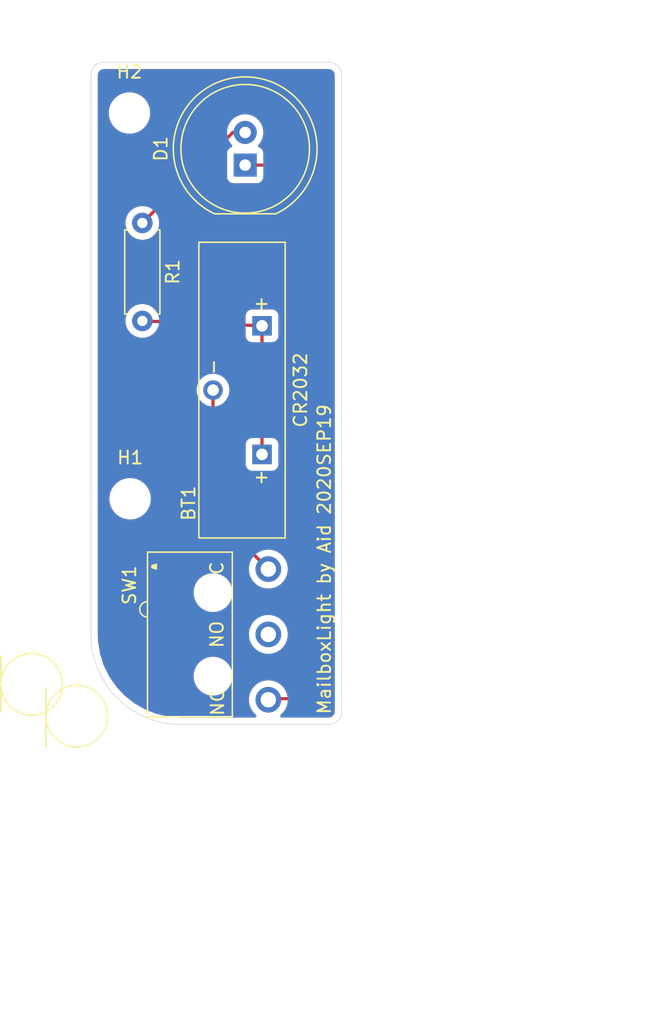
<source format=kicad_pcb>
(kicad_pcb (version 20171130) (host pcbnew "(5.1.6)-1")

  (general
    (thickness 1.6)
    (drawings 12)
    (tracks 10)
    (zones 0)
    (modules 6)
    (nets 6)
  )

  (page A4)
  (layers
    (0 F.Cu signal)
    (31 B.Cu signal hide)
    (32 B.Adhes user)
    (33 F.Adhes user)
    (34 B.Paste user)
    (35 F.Paste user)
    (36 B.SilkS user)
    (37 F.SilkS user)
    (38 B.Mask user)
    (39 F.Mask user)
    (40 Dwgs.User user)
    (41 Cmts.User user)
    (42 Eco1.User user)
    (43 Eco2.User user)
    (44 Edge.Cuts user)
    (45 Margin user)
    (46 B.CrtYd user)
    (47 F.CrtYd user)
    (48 B.Fab user)
    (49 F.Fab user)
  )

  (setup
    (last_trace_width 0.25)
    (trace_clearance 0.2)
    (zone_clearance 0.508)
    (zone_45_only no)
    (trace_min 0.2)
    (via_size 0.8)
    (via_drill 0.4)
    (via_min_size 0.4)
    (via_min_drill 0.3)
    (uvia_size 0.3)
    (uvia_drill 0.1)
    (uvias_allowed no)
    (uvia_min_size 0.2)
    (uvia_min_drill 0.1)
    (edge_width 0.05)
    (segment_width 0.2)
    (pcb_text_width 0.3)
    (pcb_text_size 1.5 1.5)
    (mod_edge_width 0.12)
    (mod_text_size 1 1)
    (mod_text_width 0.15)
    (pad_size 1.524 1.524)
    (pad_drill 0.762)
    (pad_to_mask_clearance 0.05)
    (aux_axis_origin 0 0)
    (visible_elements 7FFFFFFF)
    (pcbplotparams
      (layerselection 0x010fc_ffffffff)
      (usegerberextensions true)
      (usegerberattributes true)
      (usegerberadvancedattributes true)
      (creategerberjobfile true)
      (excludeedgelayer true)
      (linewidth 0.100000)
      (plotframeref false)
      (viasonmask false)
      (mode 1)
      (useauxorigin false)
      (hpglpennumber 1)
      (hpglpenspeed 20)
      (hpglpendiameter 15.000000)
      (psnegative false)
      (psa4output false)
      (plotreference true)
      (plotvalue true)
      (plotinvisibletext false)
      (padsonsilk false)
      (subtractmaskfromsilk false)
      (outputformat 1)
      (mirror false)
      (drillshape 0)
      (scaleselection 1)
      (outputdirectory ""))
  )

  (net 0 "")
  (net 1 "Net-(BT1-Pad2)")
  (net 2 "Net-(BT1-Pad1)")
  (net 3 "Net-(D1-Pad1)")
  (net 4 "Net-(D1-Pad2)")
  (net 5 "Net-(SW1-Pad3)")

  (net_class Default "This is the default net class."
    (clearance 0.2)
    (trace_width 0.25)
    (via_dia 0.8)
    (via_drill 0.4)
    (uvia_dia 0.3)
    (uvia_drill 0.1)
    (add_net "Net-(BT1-Pad1)")
    (add_net "Net-(BT1-Pad2)")
    (add_net "Net-(D1-Pad1)")
    (add_net "Net-(D1-Pad2)")
    (add_net "Net-(SW1-Pad3)")
  )

  (module LED_THT:LED_D10.0mm (layer F.Cu) (tedit 587A3A7B) (tstamp 5F610FDA)
    (at 131.4 79.9 90)
    (descr "LED, diameter 10.0mm, 2 pins, http://cdn-reichelt.de/documents/datenblatt/A500/LED10-4500RT%23KIN.pdf")
    (tags "LED diameter 10.0mm 2 pins")
    (path /5F5F9BE4)
    (fp_text reference D1 (at 1.27 -6.56 90) (layer F.SilkS)
      (effects (font (size 1 1) (thickness 0.15)))
    )
    (fp_text value LED_ALT (at 1.27 6.56 90) (layer F.Fab)
      (effects (font (size 1 1) (thickness 0.15)))
    )
    (fp_line (start 7.1 -5.85) (end -4.55 -5.85) (layer F.CrtYd) (width 0.05))
    (fp_line (start 7.1 5.85) (end 7.1 -5.85) (layer F.CrtYd) (width 0.05))
    (fp_line (start -4.55 5.85) (end 7.1 5.85) (layer F.CrtYd) (width 0.05))
    (fp_line (start -4.55 -5.85) (end -4.55 5.85) (layer F.CrtYd) (width 0.05))
    (fp_line (start -3.79 -2.376) (end -3.79 2.376) (layer F.SilkS) (width 0.12))
    (fp_line (start -3.73 -2.291288) (end -3.73 2.291288) (layer F.Fab) (width 0.1))
    (fp_circle (center 1.27 0) (end 6.27 0) (layer F.SilkS) (width 0.12))
    (fp_circle (center 1.27 0) (end 6.27 0) (layer F.Fab) (width 0.1))
    (fp_arc (start 1.27 0) (end -3.73 -2.291288) (angle 310.8) (layer F.Fab) (width 0.1))
    (fp_arc (start 1.27 0) (end -3.79 -2.375816) (angle 154.8) (layer F.SilkS) (width 0.12))
    (fp_arc (start 1.27 0) (end -3.79 2.375816) (angle -154.8) (layer F.SilkS) (width 0.12))
    (pad 1 thru_hole rect (at 0 0 90) (size 1.8 1.8) (drill 0.9) (layers *.Cu *.Mask)
      (net 3 "Net-(D1-Pad1)"))
    (pad 2 thru_hole circle (at 2.54 0 90) (size 1.8 1.8) (drill 0.9) (layers *.Cu *.Mask)
      (net 4 "Net-(D1-Pad2)"))
    (model ${KISYS3DMOD}/LED_THT.3dshapes/LED_D10.0mm.wrl
      (at (xyz 0 0 0))
      (scale (xyz 1 1 1))
      (rotate (xyz 0 0 0))
    )
  )

  (module Resistor_THT:R_Axial_DIN0207_L6.3mm_D2.5mm_P7.62mm_Horizontal (layer F.Cu) (tedit 5AE5139B) (tstamp 5F610FF1)
    (at 123.4 84.4 270)
    (descr "Resistor, Axial_DIN0207 series, Axial, Horizontal, pin pitch=7.62mm, 0.25W = 1/4W, length*diameter=6.3*2.5mm^2, http://cdn-reichelt.de/documents/datenblatt/B400/1_4W%23YAG.pdf")
    (tags "Resistor Axial_DIN0207 series Axial Horizontal pin pitch 7.62mm 0.25W = 1/4W length 6.3mm diameter 2.5mm")
    (path /5F5FA903)
    (fp_text reference R1 (at 3.81 -2.37 90) (layer F.SilkS)
      (effects (font (size 1 1) (thickness 0.15)))
    )
    (fp_text value 15 (at 3.81 2.37 90) (layer F.Fab)
      (effects (font (size 1 1) (thickness 0.15)))
    )
    (fp_line (start 8.67 -1.5) (end -1.05 -1.5) (layer F.CrtYd) (width 0.05))
    (fp_line (start 8.67 1.5) (end 8.67 -1.5) (layer F.CrtYd) (width 0.05))
    (fp_line (start -1.05 1.5) (end 8.67 1.5) (layer F.CrtYd) (width 0.05))
    (fp_line (start -1.05 -1.5) (end -1.05 1.5) (layer F.CrtYd) (width 0.05))
    (fp_line (start 7.08 1.37) (end 7.08 1.04) (layer F.SilkS) (width 0.12))
    (fp_line (start 0.54 1.37) (end 7.08 1.37) (layer F.SilkS) (width 0.12))
    (fp_line (start 0.54 1.04) (end 0.54 1.37) (layer F.SilkS) (width 0.12))
    (fp_line (start 7.08 -1.37) (end 7.08 -1.04) (layer F.SilkS) (width 0.12))
    (fp_line (start 0.54 -1.37) (end 7.08 -1.37) (layer F.SilkS) (width 0.12))
    (fp_line (start 0.54 -1.04) (end 0.54 -1.37) (layer F.SilkS) (width 0.12))
    (fp_line (start 7.62 0) (end 6.96 0) (layer F.Fab) (width 0.1))
    (fp_line (start 0 0) (end 0.66 0) (layer F.Fab) (width 0.1))
    (fp_line (start 6.96 -1.25) (end 0.66 -1.25) (layer F.Fab) (width 0.1))
    (fp_line (start 6.96 1.25) (end 6.96 -1.25) (layer F.Fab) (width 0.1))
    (fp_line (start 0.66 1.25) (end 6.96 1.25) (layer F.Fab) (width 0.1))
    (fp_line (start 0.66 -1.25) (end 0.66 1.25) (layer F.Fab) (width 0.1))
    (fp_text user %R (at 3.81 0 90) (layer F.Fab)
      (effects (font (size 1 1) (thickness 0.15)))
    )
    (pad 1 thru_hole circle (at 0 0 270) (size 1.6 1.6) (drill 0.8) (layers *.Cu *.Mask)
      (net 4 "Net-(D1-Pad2)"))
    (pad 2 thru_hole oval (at 7.62 0 270) (size 1.6 1.6) (drill 0.8) (layers *.Cu *.Mask)
      (net 2 "Net-(BT1-Pad1)"))
    (model ${KISYS3DMOD}/Resistor_THT.3dshapes/R_Axial_DIN0207_L6.3mm_D2.5mm_P7.62mm_Horizontal.wrl
      (at (xyz 0 0 0))
      (scale (xyz 1 1 1))
      (rotate (xyz 0 0 0))
    )
  )

  (module Limit_Switches:SW_Snap_SPDT_Omron_D2F-01FL2-A1 (layer F.Cu) (tedit 5F60D213) (tstamp 5F61100F)
    (at 128.9 116.4 90)
    (path /5F5F8897)
    (fp_text reference SW1 (at 3.826 -6.506 90) (layer F.SilkS)
      (effects (font (size 1 1) (thickness 0.15)))
    )
    (fp_text value SW_SPDT (at 0 6.8 90) (layer F.Fab)
      (effects (font (size 1 1) (thickness 0.15)))
    )
    (fp_line (start -5.1 -16.5) (end -2.8 -16.5) (layer F.CrtYd) (width 0.12))
    (fp_line (start -8.9 -11.2) (end -5.1 -16.5) (layer F.CrtYd) (width 0.12))
    (fp_line (start -6 -16.5) (end -1.7 -16.5) (layer F.SilkS) (width 0.12))
    (fp_line (start -8.8 -13) (end -4.2 -13) (layer F.SilkS) (width 0.12))
    (fp_circle (center -6.36 -10.6) (end -8.76 -10.6) (layer F.SilkS) (width 0.12))
    (fp_circle (center -3.88 -14.11) (end -1.48 -14.11) (layer F.SilkS) (width 0.12))
    (fp_poly (pts (xy 5.08 -4.4) (xy 5.46 -4.4) (xy 5.36 -4.76) (xy 5.18 -4.76)) (layer F.SilkS) (width 0.1))
    (fp_line (start 6.4 1.5) (end -6.4 1.5) (layer F.SilkS) (width 0.12))
    (fp_line (start -6.4 1.5) (end -6.4 -3.4) (layer F.SilkS) (width 0.12))
    (fp_line (start -6.4 -5.1) (end 6.4 -5.1) (layer F.SilkS) (width 0.12))
    (fp_line (start 6.4 -5.1) (end 6.4 1.5) (layer F.SilkS) (width 0.12))
    (fp_line (start -6.4 -3.4) (end -6.4 -5.1) (layer F.SilkS) (width 0.12))
    (fp_line (start 6.6 -5.3) (end 6.6 5.5) (layer F.CrtYd) (width 0.12))
    (fp_line (start 6.6 5.5) (end -6.6 5.5) (layer F.CrtYd) (width 0.12))
    (fp_line (start -6.6 5.5) (end -8.9 -11.2) (layer F.CrtYd) (width 0.12))
    (fp_line (start -2.8 -16.5) (end 6.6 -5.3) (layer F.CrtYd) (width 0.12))
    (fp_arc (start 1.95 -5.1) (end 1.35 -5.1) (angle 180) (layer F.SilkS) (width 0.12))
    (fp_text user C (at 5.15 0.3 90 unlocked) (layer F.SilkS)
      (effects (font (size 1 1) (thickness 0.15)))
    )
    (fp_text user NO (at 0 0.3 90 unlocked) (layer F.SilkS)
      (effects (font (size 1 1) (thickness 0.15)))
    )
    (fp_text user NC (at -5.3 0.35 90 unlocked) (layer F.SilkS)
      (effects (font (size 1 1) (thickness 0.15)))
    )
    (fp_text user REF** (at 0 -3.3 90) (layer F.Fab)
      (effects (font (size 1 1) (thickness 0.15)))
    )
    (pad 3 thru_hole circle (at 0 4.3 90) (size 2 2) (drill 1.2) (layers *.Cu *.Mask)
      (net 5 "Net-(SW1-Pad3)"))
    (pad 2 thru_hole circle (at 5.08 4.3 90) (size 2 2) (drill 1.2) (layers *.Cu *.Mask)
      (net 1 "Net-(BT1-Pad2)"))
    (pad 1 thru_hole circle (at -5.08 4.3 90) (size 2 2) (drill 1.2) (layers *.Cu *.Mask)
      (net 3 "Net-(D1-Pad1)"))
    (pad "" np_thru_hole circle (at -3.25 0 90) (size 2 2) (drill 2) (layers *.Cu *.Mask))
    (pad "" np_thru_hole circle (at 3.25 0 90) (size 2 2) (drill 2) (layers *.Cu *.Mask))
  )

  (module Battery_Holders:BatteryHolder_MPD_BS-5_1x2032_vertical (layer F.Cu) (tedit 5F668D5B) (tstamp 5F66E7E3)
    (at 128.9 97.4 90)
    (path /5F5F900D)
    (fp_text reference BT1 (at -8.8 -1.9 90 unlocked) (layer F.SilkS)
      (effects (font (size 1 1) (thickness 0.15)))
    )
    (fp_text value CR2032 (at 0.1 8.8 90) (layer F.Fab)
      (effects (font (size 1 1) (thickness 0.15)))
    )
    (fp_line (start -11.6 5.7) (end -11.6 -1.2) (layer F.CrtYd) (width 0.05))
    (fp_line (start 11.6 5.7) (end -11.6 5.7) (layer F.CrtYd) (width 0.05))
    (fp_line (start 11.6 -1.2) (end 11.6 5.7) (layer F.CrtYd) (width 0.05))
    (fp_line (start -11.6 -1.2) (end 11.6 -1.2) (layer F.CrtYd) (width 0.05))
    (fp_line (start 11.5 5.61) (end -11.5 5.61) (layer F.SilkS) (width 0.12))
    (fp_line (start -11.5 -1.1) (end 11.5 -1.1) (layer F.SilkS) (width 0.12))
    (fp_line (start 11.5 -1.1) (end 11.5 5.61) (layer F.SilkS) (width 0.12))
    (fp_line (start -11.5 -1.1) (end -11.5 5.61) (layer F.SilkS) (width 0.12))
    (fp_text user - (at 1.8 0 90) (layer F.SilkS)
      (effects (font (size 1 1) (thickness 0.15)))
    )
    (fp_text user + (at -6.8 3.7 90) (layer F.SilkS)
      (effects (font (size 1 1) (thickness 0.15)))
    )
    (fp_text user + (at 6.7 3.7 90) (layer F.SilkS)
      (effects (font (size 1 1) (thickness 0.15)))
    )
    (fp_text user CR2032 (at 0 6.8 90) (layer F.SilkS)
      (effects (font (size 1 1) (thickness 0.15)))
    )
    (pad 2 thru_hole circle (at 0 0 90) (size 1.524 1.524) (drill 0.9) (layers *.Cu *.Mask)
      (net 1 "Net-(BT1-Pad2)"))
    (pad 1 thru_hole rect (at -5 3.81 90) (size 1.524 1.524) (drill 0.9) (layers *.Cu *.Mask)
      (net 2 "Net-(BT1-Pad1)"))
    (pad 1 thru_hole rect (at 5 3.81 90) (size 1.524 1.524) (drill 0.9) (layers *.Cu *.Mask)
      (net 2 "Net-(BT1-Pad1)"))
  )

  (module MountingHole:MountingHole_2.2mm_M2 (layer F.Cu) (tedit 56D1B4CB) (tstamp 5F66F15B)
    (at 122.45 105.85)
    (descr "Mounting Hole 2.2mm, no annular, M2")
    (tags "mounting hole 2.2mm no annular m2")
    (path /5F66C728)
    (attr virtual)
    (fp_text reference H1 (at 0 -3.2) (layer F.SilkS)
      (effects (font (size 1 1) (thickness 0.15)))
    )
    (fp_text value MountingHole (at 0 3.2) (layer F.Fab)
      (effects (font (size 1 1) (thickness 0.15)))
    )
    (fp_circle (center 0 0) (end 2.2 0) (layer Cmts.User) (width 0.15))
    (fp_circle (center 0 0) (end 2.45 0) (layer F.CrtYd) (width 0.05))
    (fp_text user %R (at 0.3 0) (layer F.Fab)
      (effects (font (size 1 1) (thickness 0.15)))
    )
    (pad 1 np_thru_hole circle (at 0 0) (size 2.2 2.2) (drill 2.2) (layers *.Cu *.Mask))
  )

  (module MountingHole:MountingHole_2.2mm_M2 (layer F.Cu) (tedit 56D1B4CB) (tstamp 5F66F181)
    (at 122.4 75.85)
    (descr "Mounting Hole 2.2mm, no annular, M2")
    (tags "mounting hole 2.2mm no annular m2")
    (path /5F66EE8C)
    (attr virtual)
    (fp_text reference H2 (at 0 -3.2) (layer F.SilkS)
      (effects (font (size 1 1) (thickness 0.15)))
    )
    (fp_text value MountingHole (at 0 3.2) (layer F.Fab)
      (effects (font (size 1 1) (thickness 0.15)))
    )
    (fp_circle (center 0 0) (end 2.45 0) (layer F.CrtYd) (width 0.05))
    (fp_circle (center 0 0) (end 2.2 0) (layer Cmts.User) (width 0.15))
    (fp_text user %R (at 0.3 0) (layer F.Fab)
      (effects (font (size 1 1) (thickness 0.15)))
    )
    (pad 1 np_thru_hole circle (at 0 0) (size 2.2 2.2) (drill 2.2) (layers *.Cu *.Mask))
  )

  (gr_text "MailboxLight by Aid 2020SEP19" (at 137.55 122.7 90) (layer F.SilkS)
    (effects (font (size 1 1) (thickness 0.15)) (justify left))
  )
  (gr_arc (start 120.4 72.9) (end 120.4 71.9) (angle -90) (layer Edge.Cuts) (width 0.05) (tstamp 5F66EF16))
  (gr_arc (start 137.9 72.9) (end 138.9 72.9) (angle -90) (layer Edge.Cuts) (width 0.05) (tstamp 5F66EF16))
  (gr_arc (start 137.9 122.4) (end 137.9 123.4) (angle -90) (layer Edge.Cuts) (width 0.05))
  (gr_arc (start 126.4 116.4) (end 119.4 116.4) (angle -90) (layer Edge.Cuts) (width 0.05))
  (gr_line (start 137.9 71.9) (end 120.4 71.9) (layer Edge.Cuts) (width 0.05) (tstamp 5F66EDF2))
  (gr_line (start 138.9 122.4) (end 138.9 72.9) (layer Edge.Cuts) (width 0.05))
  (gr_line (start 126.4 123.4) (end 137.9 123.4) (layer Edge.Cuts) (width 0.05))
  (gr_line (start 119.4 72.9) (end 119.4 116.4) (layer Edge.Cuts) (width 0.05))
  (gr_line (start 114.8 68.25) (end 114.8 145.5) (layer Dwgs.User) (width 2.38))
  (gr_line (start 117.9 114.9) (end 117.9 70.4) (layer Dwgs.User) (width 2.38))
  (gr_line (start 117.9 70.4) (end 162.4 70.4) (layer Dwgs.User) (width 2.38))

  (segment (start 128.9 107.02) (end 133.2 111.32) (width 0.25) (layer F.Cu) (net 1))
  (segment (start 128.9 97.4) (end 128.9 107.02) (width 0.25) (layer F.Cu) (net 1))
  (segment (start 132.71 92.4) (end 132.71 102.4) (width 0.25) (layer F.Cu) (net 2))
  (segment (start 123.4 92.02) (end 132.71 92.4) (width 0.25) (layer F.Cu) (net 2))
  (segment (start 136.4 79.9) (end 136.4 121.4) (width 0.25) (layer F.Cu) (net 3))
  (segment (start 131.4 79.9) (end 136.4 79.9) (width 0.25) (layer F.Cu) (net 3))
  (segment (start 133.28 121.4) (end 133.2 121.48) (width 0.25) (layer F.Cu) (net 3))
  (segment (start 136.4 121.4) (end 133.28 121.4) (width 0.25) (layer F.Cu) (net 3))
  (segment (start 130.44 77.36) (end 131.4 77.36) (width 0.25) (layer F.Cu) (net 4))
  (segment (start 123.4 84.4) (end 130.44 77.36) (width 0.25) (layer F.Cu) (net 4))

  (zone (net 0) (net_name "") (layer F.Cu) (tstamp 5F6DDA63) (hatch edge 0.508)
    (connect_pads (clearance 0.508))
    (min_thickness 0.254)
    (fill yes (arc_segments 32) (thermal_gap 0.508) (thermal_bridge_width 0.508))
    (polygon
      (pts
        (xy 140 124.3) (xy 118.45 124.3) (xy 118.3 70.95) (xy 140.05 70.95)
      )
    )
    (filled_polygon
      (pts
        (xy 137.965424 72.56958) (xy 138.028356 72.58858) (xy 138.086405 72.619445) (xy 138.137343 72.660989) (xy 138.179248 72.711644)
        (xy 138.210515 72.769471) (xy 138.229956 72.832272) (xy 138.240001 72.927845) (xy 138.24 122.367721) (xy 138.23042 122.465424)
        (xy 138.21142 122.528357) (xy 138.180554 122.586406) (xy 138.139011 122.637343) (xy 138.088356 122.679248) (xy 138.030529 122.710515)
        (xy 137.967728 122.729956) (xy 137.872165 122.74) (xy 134.252239 122.74) (xy 134.469987 122.522252) (xy 134.648918 122.254463)
        (xy 134.688046 122.16) (xy 136.362667 122.16) (xy 136.4 122.163677) (xy 136.548986 122.149003) (xy 136.692247 122.105546)
        (xy 136.824276 122.034974) (xy 136.940001 121.940001) (xy 137.034974 121.824276) (xy 137.105546 121.692247) (xy 137.149003 121.548986)
        (xy 137.16 121.437333) (xy 137.163677 121.4) (xy 137.16 121.362667) (xy 137.16 79.937333) (xy 137.163677 79.9)
        (xy 137.149003 79.751014) (xy 137.105546 79.607753) (xy 137.034974 79.475724) (xy 136.940001 79.359999) (xy 136.824276 79.265026)
        (xy 136.692247 79.194454) (xy 136.548986 79.150997) (xy 136.437333 79.14) (xy 136.4 79.136323) (xy 136.362667 79.14)
        (xy 132.938072 79.14) (xy 132.938072 79) (xy 132.925812 78.875518) (xy 132.889502 78.75582) (xy 132.830537 78.645506)
        (xy 132.751185 78.548815) (xy 132.654494 78.469463) (xy 132.54418 78.410498) (xy 132.525873 78.404944) (xy 132.592312 78.338505)
        (xy 132.760299 78.087095) (xy 132.876011 77.807743) (xy 132.935 77.511184) (xy 132.935 77.208816) (xy 132.876011 76.912257)
        (xy 132.760299 76.632905) (xy 132.592312 76.381495) (xy 132.378505 76.167688) (xy 132.127095 75.999701) (xy 131.847743 75.883989)
        (xy 131.551184 75.825) (xy 131.248816 75.825) (xy 130.952257 75.883989) (xy 130.672905 75.999701) (xy 130.421495 76.167688)
        (xy 130.207688 76.381495) (xy 130.039701 76.632905) (xy 129.99424 76.742658) (xy 129.928996 76.796201) (xy 129.928992 76.796205)
        (xy 129.899999 76.819999) (xy 129.876205 76.848992) (xy 123.723887 83.001312) (xy 123.541335 82.965) (xy 123.258665 82.965)
        (xy 122.981426 83.020147) (xy 122.720273 83.12832) (xy 122.485241 83.285363) (xy 122.285363 83.485241) (xy 122.12832 83.720273)
        (xy 122.020147 83.981426) (xy 121.965 84.258665) (xy 121.965 84.541335) (xy 122.020147 84.818574) (xy 122.12832 85.079727)
        (xy 122.285363 85.314759) (xy 122.485241 85.514637) (xy 122.720273 85.67168) (xy 122.981426 85.779853) (xy 123.258665 85.835)
        (xy 123.541335 85.835) (xy 123.818574 85.779853) (xy 124.079727 85.67168) (xy 124.314759 85.514637) (xy 124.514637 85.314759)
        (xy 124.67168 85.079727) (xy 124.779853 84.818574) (xy 124.835 84.541335) (xy 124.835 84.258665) (xy 124.798688 84.076113)
        (xy 129.861928 79.012875) (xy 129.861928 80.8) (xy 129.874188 80.924482) (xy 129.910498 81.04418) (xy 129.969463 81.154494)
        (xy 130.048815 81.251185) (xy 130.145506 81.330537) (xy 130.25582 81.389502) (xy 130.375518 81.425812) (xy 130.5 81.438072)
        (xy 132.3 81.438072) (xy 132.424482 81.425812) (xy 132.54418 81.389502) (xy 132.654494 81.330537) (xy 132.751185 81.251185)
        (xy 132.830537 81.154494) (xy 132.889502 81.04418) (xy 132.925812 80.924482) (xy 132.938072 80.8) (xy 132.938072 80.66)
        (xy 135.64 80.66) (xy 135.640001 120.64) (xy 134.605128 120.64) (xy 134.469987 120.437748) (xy 134.242252 120.210013)
        (xy 133.974463 120.031082) (xy 133.676912 119.907832) (xy 133.361033 119.845) (xy 133.038967 119.845) (xy 132.723088 119.907832)
        (xy 132.425537 120.031082) (xy 132.157748 120.210013) (xy 131.930013 120.437748) (xy 131.751082 120.705537) (xy 131.627832 121.003088)
        (xy 131.565 121.318967) (xy 131.565 121.641033) (xy 131.627832 121.956912) (xy 131.751082 122.254463) (xy 131.930013 122.522252)
        (xy 132.147761 122.74) (xy 126.424488 122.74) (xy 125.463159 122.668561) (xy 124.546894 122.461231) (xy 123.671343 122.120748)
        (xy 122.855735 121.65459) (xy 122.117986 121.072995) (xy 121.474311 120.388749) (xy 120.93884 119.616871) (xy 120.875765 119.488967)
        (xy 127.265 119.488967) (xy 127.265 119.811033) (xy 127.327832 120.126912) (xy 127.451082 120.424463) (xy 127.630013 120.692252)
        (xy 127.857748 120.919987) (xy 128.125537 121.098918) (xy 128.423088 121.222168) (xy 128.738967 121.285) (xy 129.061033 121.285)
        (xy 129.376912 121.222168) (xy 129.674463 121.098918) (xy 129.942252 120.919987) (xy 130.169987 120.692252) (xy 130.348918 120.424463)
        (xy 130.472168 120.126912) (xy 130.535 119.811033) (xy 130.535 119.488967) (xy 130.472168 119.173088) (xy 130.348918 118.875537)
        (xy 130.169987 118.607748) (xy 129.942252 118.380013) (xy 129.674463 118.201082) (xy 129.376912 118.077832) (xy 129.061033 118.015)
        (xy 128.738967 118.015) (xy 128.423088 118.077832) (xy 128.125537 118.201082) (xy 127.857748 118.380013) (xy 127.630013 118.607748)
        (xy 127.451082 118.875537) (xy 127.327832 119.173088) (xy 127.265 119.488967) (xy 120.875765 119.488967) (xy 120.523341 118.774323)
        (xy 120.236946 117.879624) (xy 120.084311 116.942414) (xy 120.06 116.385595) (xy 120.06 116.238967) (xy 131.565 116.238967)
        (xy 131.565 116.561033) (xy 131.627832 116.876912) (xy 131.751082 117.174463) (xy 131.930013 117.442252) (xy 132.157748 117.669987)
        (xy 132.425537 117.848918) (xy 132.723088 117.972168) (xy 133.038967 118.035) (xy 133.361033 118.035) (xy 133.676912 117.972168)
        (xy 133.974463 117.848918) (xy 134.242252 117.669987) (xy 134.469987 117.442252) (xy 134.648918 117.174463) (xy 134.772168 116.876912)
        (xy 134.835 116.561033) (xy 134.835 116.238967) (xy 134.772168 115.923088) (xy 134.648918 115.625537) (xy 134.469987 115.357748)
        (xy 134.242252 115.130013) (xy 133.974463 114.951082) (xy 133.676912 114.827832) (xy 133.361033 114.765) (xy 133.038967 114.765)
        (xy 132.723088 114.827832) (xy 132.425537 114.951082) (xy 132.157748 115.130013) (xy 131.930013 115.357748) (xy 131.751082 115.625537)
        (xy 131.627832 115.923088) (xy 131.565 116.238967) (xy 120.06 116.238967) (xy 120.06 112.988967) (xy 127.265 112.988967)
        (xy 127.265 113.311033) (xy 127.327832 113.626912) (xy 127.451082 113.924463) (xy 127.630013 114.192252) (xy 127.857748 114.419987)
        (xy 128.125537 114.598918) (xy 128.423088 114.722168) (xy 128.738967 114.785) (xy 129.061033 114.785) (xy 129.376912 114.722168)
        (xy 129.674463 114.598918) (xy 129.942252 114.419987) (xy 130.169987 114.192252) (xy 130.348918 113.924463) (xy 130.472168 113.626912)
        (xy 130.535 113.311033) (xy 130.535 112.988967) (xy 130.472168 112.673088) (xy 130.348918 112.375537) (xy 130.169987 112.107748)
        (xy 129.942252 111.880013) (xy 129.674463 111.701082) (xy 129.376912 111.577832) (xy 129.061033 111.515) (xy 128.738967 111.515)
        (xy 128.423088 111.577832) (xy 128.125537 111.701082) (xy 127.857748 111.880013) (xy 127.630013 112.107748) (xy 127.451082 112.375537)
        (xy 127.327832 112.673088) (xy 127.265 112.988967) (xy 120.06 112.988967) (xy 120.06 105.679117) (xy 120.715 105.679117)
        (xy 120.715 106.020883) (xy 120.781675 106.356081) (xy 120.912463 106.671831) (xy 121.102337 106.955998) (xy 121.344002 107.197663)
        (xy 121.628169 107.387537) (xy 121.943919 107.518325) (xy 122.279117 107.585) (xy 122.620883 107.585) (xy 122.956081 107.518325)
        (xy 123.271831 107.387537) (xy 123.555998 107.197663) (xy 123.797663 106.955998) (xy 123.987537 106.671831) (xy 124.118325 106.356081)
        (xy 124.185 106.020883) (xy 124.185 105.679117) (xy 124.118325 105.343919) (xy 123.987537 105.028169) (xy 123.797663 104.744002)
        (xy 123.555998 104.502337) (xy 123.271831 104.312463) (xy 122.956081 104.181675) (xy 122.620883 104.115) (xy 122.279117 104.115)
        (xy 121.943919 104.181675) (xy 121.628169 104.312463) (xy 121.344002 104.502337) (xy 121.102337 104.744002) (xy 120.912463 105.028169)
        (xy 120.781675 105.343919) (xy 120.715 105.679117) (xy 120.06 105.679117) (xy 120.06 97.262408) (xy 127.503 97.262408)
        (xy 127.503 97.537592) (xy 127.556686 97.80749) (xy 127.661995 98.061727) (xy 127.81488 98.290535) (xy 128.009465 98.48512)
        (xy 128.14 98.572341) (xy 128.140001 106.982668) (xy 128.136324 107.02) (xy 128.150998 107.168985) (xy 128.194454 107.312246)
        (xy 128.265026 107.444276) (xy 128.325797 107.518325) (xy 128.36 107.560001) (xy 128.388998 107.583799) (xy 131.633823 110.828625)
        (xy 131.627832 110.843088) (xy 131.565 111.158967) (xy 131.565 111.481033) (xy 131.627832 111.796912) (xy 131.751082 112.094463)
        (xy 131.930013 112.362252) (xy 132.157748 112.589987) (xy 132.425537 112.768918) (xy 132.723088 112.892168) (xy 133.038967 112.955)
        (xy 133.361033 112.955) (xy 133.676912 112.892168) (xy 133.974463 112.768918) (xy 134.242252 112.589987) (xy 134.469987 112.362252)
        (xy 134.648918 112.094463) (xy 134.772168 111.796912) (xy 134.835 111.481033) (xy 134.835 111.158967) (xy 134.772168 110.843088)
        (xy 134.648918 110.545537) (xy 134.469987 110.277748) (xy 134.242252 110.050013) (xy 133.974463 109.871082) (xy 133.676912 109.747832)
        (xy 133.361033 109.685) (xy 133.038967 109.685) (xy 132.723088 109.747832) (xy 132.708625 109.753823) (xy 129.66 106.705199)
        (xy 129.66 98.572341) (xy 129.790535 98.48512) (xy 129.98512 98.290535) (xy 130.138005 98.061727) (xy 130.243314 97.80749)
        (xy 130.297 97.537592) (xy 130.297 97.262408) (xy 130.243314 96.99251) (xy 130.138005 96.738273) (xy 129.98512 96.509465)
        (xy 129.790535 96.31488) (xy 129.561727 96.161995) (xy 129.30749 96.056686) (xy 129.037592 96.003) (xy 128.762408 96.003)
        (xy 128.49251 96.056686) (xy 128.238273 96.161995) (xy 128.009465 96.31488) (xy 127.81488 96.509465) (xy 127.661995 96.738273)
        (xy 127.556686 96.99251) (xy 127.503 97.262408) (xy 120.06 97.262408) (xy 120.06 91.878665) (xy 121.965 91.878665)
        (xy 121.965 92.161335) (xy 122.020147 92.438574) (xy 122.12832 92.699727) (xy 122.285363 92.934759) (xy 122.485241 93.134637)
        (xy 122.720273 93.29168) (xy 122.981426 93.399853) (xy 123.258665 93.455) (xy 123.541335 93.455) (xy 123.818574 93.399853)
        (xy 124.079727 93.29168) (xy 124.314759 93.134637) (xy 124.514637 92.934759) (xy 124.585295 92.829012) (xy 131.309928 93.103487)
        (xy 131.309928 93.162) (xy 131.322188 93.286482) (xy 131.358498 93.40618) (xy 131.417463 93.516494) (xy 131.496815 93.613185)
        (xy 131.593506 93.692537) (xy 131.70382 93.751502) (xy 131.823518 93.787812) (xy 131.948 93.800072) (xy 131.95 93.800072)
        (xy 131.950001 100.999928) (xy 131.948 100.999928) (xy 131.823518 101.012188) (xy 131.70382 101.048498) (xy 131.593506 101.107463)
        (xy 131.496815 101.186815) (xy 131.417463 101.283506) (xy 131.358498 101.39382) (xy 131.322188 101.513518) (xy 131.309928 101.638)
        (xy 131.309928 103.162) (xy 131.322188 103.286482) (xy 131.358498 103.40618) (xy 131.417463 103.516494) (xy 131.496815 103.613185)
        (xy 131.593506 103.692537) (xy 131.70382 103.751502) (xy 131.823518 103.787812) (xy 131.948 103.800072) (xy 133.472 103.800072)
        (xy 133.596482 103.787812) (xy 133.71618 103.751502) (xy 133.826494 103.692537) (xy 133.923185 103.613185) (xy 134.002537 103.516494)
        (xy 134.061502 103.40618) (xy 134.097812 103.286482) (xy 134.110072 103.162) (xy 134.110072 101.638) (xy 134.097812 101.513518)
        (xy 134.061502 101.39382) (xy 134.002537 101.283506) (xy 133.923185 101.186815) (xy 133.826494 101.107463) (xy 133.71618 101.048498)
        (xy 133.596482 101.012188) (xy 133.472 100.999928) (xy 133.47 100.999928) (xy 133.47 93.800072) (xy 133.472 93.800072)
        (xy 133.596482 93.787812) (xy 133.71618 93.751502) (xy 133.826494 93.692537) (xy 133.923185 93.613185) (xy 134.002537 93.516494)
        (xy 134.061502 93.40618) (xy 134.097812 93.286482) (xy 134.110072 93.162) (xy 134.110072 91.638) (xy 134.097812 91.513518)
        (xy 134.061502 91.39382) (xy 134.002537 91.283506) (xy 133.923185 91.186815) (xy 133.826494 91.107463) (xy 133.71618 91.048498)
        (xy 133.596482 91.012188) (xy 133.472 90.999928) (xy 131.948 90.999928) (xy 131.823518 91.012188) (xy 131.70382 91.048498)
        (xy 131.593506 91.107463) (xy 131.496815 91.186815) (xy 131.417463 91.283506) (xy 131.358498 91.39382) (xy 131.322188 91.513518)
        (xy 131.3154 91.582445) (xy 124.651759 91.31046) (xy 124.514637 91.105241) (xy 124.314759 90.905363) (xy 124.079727 90.74832)
        (xy 123.818574 90.640147) (xy 123.541335 90.585) (xy 123.258665 90.585) (xy 122.981426 90.640147) (xy 122.720273 90.74832)
        (xy 122.485241 90.905363) (xy 122.285363 91.105241) (xy 122.12832 91.340273) (xy 122.020147 91.601426) (xy 121.965 91.878665)
        (xy 120.06 91.878665) (xy 120.06 75.679117) (xy 120.665 75.679117) (xy 120.665 76.020883) (xy 120.731675 76.356081)
        (xy 120.862463 76.671831) (xy 121.052337 76.955998) (xy 121.294002 77.197663) (xy 121.578169 77.387537) (xy 121.893919 77.518325)
        (xy 122.229117 77.585) (xy 122.570883 77.585) (xy 122.906081 77.518325) (xy 123.221831 77.387537) (xy 123.505998 77.197663)
        (xy 123.747663 76.955998) (xy 123.937537 76.671831) (xy 124.068325 76.356081) (xy 124.135 76.020883) (xy 124.135 75.679117)
        (xy 124.068325 75.343919) (xy 123.937537 75.028169) (xy 123.747663 74.744002) (xy 123.505998 74.502337) (xy 123.221831 74.312463)
        (xy 122.906081 74.181675) (xy 122.570883 74.115) (xy 122.229117 74.115) (xy 121.893919 74.181675) (xy 121.578169 74.312463)
        (xy 121.294002 74.502337) (xy 121.052337 74.744002) (xy 120.862463 75.028169) (xy 120.731675 75.343919) (xy 120.665 75.679117)
        (xy 120.06 75.679117) (xy 120.06 72.932279) (xy 120.06958 72.834576) (xy 120.08858 72.771644) (xy 120.119445 72.713595)
        (xy 120.160989 72.662657) (xy 120.211644 72.620752) (xy 120.269471 72.589485) (xy 120.332272 72.570044) (xy 120.427835 72.56)
        (xy 137.867721 72.56)
      )
    )
  )
  (zone (net 0) (net_name "") (layer B.Cu) (tstamp 5F6DDA60) (hatch edge 0.508)
    (connect_pads (clearance 0.508))
    (min_thickness 0.254)
    (fill yes (arc_segments 32) (thermal_gap 0.508) (thermal_bridge_width 0.508))
    (polygon
      (pts
        (xy 141.15 71.1) (xy 141 124.85) (xy 117.65 125.5) (xy 118.6 71.05)
      )
    )
    (filled_polygon
      (pts
        (xy 137.965424 72.56958) (xy 138.028356 72.58858) (xy 138.086405 72.619445) (xy 138.137343 72.660989) (xy 138.179248 72.711644)
        (xy 138.210515 72.769471) (xy 138.229956 72.832272) (xy 138.240001 72.927845) (xy 138.24 122.367721) (xy 138.23042 122.465424)
        (xy 138.21142 122.528357) (xy 138.180554 122.586406) (xy 138.139011 122.637343) (xy 138.088356 122.679248) (xy 138.030529 122.710515)
        (xy 137.967728 122.729956) (xy 137.872165 122.74) (xy 134.252239 122.74) (xy 134.469987 122.522252) (xy 134.648918 122.254463)
        (xy 134.772168 121.956912) (xy 134.835 121.641033) (xy 134.835 121.318967) (xy 134.772168 121.003088) (xy 134.648918 120.705537)
        (xy 134.469987 120.437748) (xy 134.242252 120.210013) (xy 133.974463 120.031082) (xy 133.676912 119.907832) (xy 133.361033 119.845)
        (xy 133.038967 119.845) (xy 132.723088 119.907832) (xy 132.425537 120.031082) (xy 132.157748 120.210013) (xy 131.930013 120.437748)
        (xy 131.751082 120.705537) (xy 131.627832 121.003088) (xy 131.565 121.318967) (xy 131.565 121.641033) (xy 131.627832 121.956912)
        (xy 131.751082 122.254463) (xy 131.930013 122.522252) (xy 132.147761 122.74) (xy 126.424488 122.74) (xy 125.463159 122.668561)
        (xy 124.546894 122.461231) (xy 123.671343 122.120748) (xy 122.855735 121.65459) (xy 122.117986 121.072995) (xy 121.474311 120.388749)
        (xy 120.93884 119.616871) (xy 120.875765 119.488967) (xy 127.265 119.488967) (xy 127.265 119.811033) (xy 127.327832 120.126912)
        (xy 127.451082 120.424463) (xy 127.630013 120.692252) (xy 127.857748 120.919987) (xy 128.125537 121.098918) (xy 128.423088 121.222168)
        (xy 128.738967 121.285) (xy 129.061033 121.285) (xy 129.376912 121.222168) (xy 129.674463 121.098918) (xy 129.942252 120.919987)
        (xy 130.169987 120.692252) (xy 130.348918 120.424463) (xy 130.472168 120.126912) (xy 130.535 119.811033) (xy 130.535 119.488967)
        (xy 130.472168 119.173088) (xy 130.348918 118.875537) (xy 130.169987 118.607748) (xy 129.942252 118.380013) (xy 129.674463 118.201082)
        (xy 129.376912 118.077832) (xy 129.061033 118.015) (xy 128.738967 118.015) (xy 128.423088 118.077832) (xy 128.125537 118.201082)
        (xy 127.857748 118.380013) (xy 127.630013 118.607748) (xy 127.451082 118.875537) (xy 127.327832 119.173088) (xy 127.265 119.488967)
        (xy 120.875765 119.488967) (xy 120.523341 118.774323) (xy 120.236946 117.879624) (xy 120.084311 116.942414) (xy 120.06 116.385595)
        (xy 120.06 116.238967) (xy 131.565 116.238967) (xy 131.565 116.561033) (xy 131.627832 116.876912) (xy 131.751082 117.174463)
        (xy 131.930013 117.442252) (xy 132.157748 117.669987) (xy 132.425537 117.848918) (xy 132.723088 117.972168) (xy 133.038967 118.035)
        (xy 133.361033 118.035) (xy 133.676912 117.972168) (xy 133.974463 117.848918) (xy 134.242252 117.669987) (xy 134.469987 117.442252)
        (xy 134.648918 117.174463) (xy 134.772168 116.876912) (xy 134.835 116.561033) (xy 134.835 116.238967) (xy 134.772168 115.923088)
        (xy 134.648918 115.625537) (xy 134.469987 115.357748) (xy 134.242252 115.130013) (xy 133.974463 114.951082) (xy 133.676912 114.827832)
        (xy 133.361033 114.765) (xy 133.038967 114.765) (xy 132.723088 114.827832) (xy 132.425537 114.951082) (xy 132.157748 115.130013)
        (xy 131.930013 115.357748) (xy 131.751082 115.625537) (xy 131.627832 115.923088) (xy 131.565 116.238967) (xy 120.06 116.238967)
        (xy 120.06 112.988967) (xy 127.265 112.988967) (xy 127.265 113.311033) (xy 127.327832 113.626912) (xy 127.451082 113.924463)
        (xy 127.630013 114.192252) (xy 127.857748 114.419987) (xy 128.125537 114.598918) (xy 128.423088 114.722168) (xy 128.738967 114.785)
        (xy 129.061033 114.785) (xy 129.376912 114.722168) (xy 129.674463 114.598918) (xy 129.942252 114.419987) (xy 130.169987 114.192252)
        (xy 130.348918 113.924463) (xy 130.472168 113.626912) (xy 130.535 113.311033) (xy 130.535 112.988967) (xy 130.472168 112.673088)
        (xy 130.348918 112.375537) (xy 130.169987 112.107748) (xy 129.942252 111.880013) (xy 129.674463 111.701082) (xy 129.376912 111.577832)
        (xy 129.061033 111.515) (xy 128.738967 111.515) (xy 128.423088 111.577832) (xy 128.125537 111.701082) (xy 127.857748 111.880013)
        (xy 127.630013 112.107748) (xy 127.451082 112.375537) (xy 127.327832 112.673088) (xy 127.265 112.988967) (xy 120.06 112.988967)
        (xy 120.06 111.158967) (xy 131.565 111.158967) (xy 131.565 111.481033) (xy 131.627832 111.796912) (xy 131.751082 112.094463)
        (xy 131.930013 112.362252) (xy 132.157748 112.589987) (xy 132.425537 112.768918) (xy 132.723088 112.892168) (xy 133.038967 112.955)
        (xy 133.361033 112.955) (xy 133.676912 112.892168) (xy 133.974463 112.768918) (xy 134.242252 112.589987) (xy 134.469987 112.362252)
        (xy 134.648918 112.094463) (xy 134.772168 111.796912) (xy 134.835 111.481033) (xy 134.835 111.158967) (xy 134.772168 110.843088)
        (xy 134.648918 110.545537) (xy 134.469987 110.277748) (xy 134.242252 110.050013) (xy 133.974463 109.871082) (xy 133.676912 109.747832)
        (xy 133.361033 109.685) (xy 133.038967 109.685) (xy 132.723088 109.747832) (xy 132.425537 109.871082) (xy 132.157748 110.050013)
        (xy 131.930013 110.277748) (xy 131.751082 110.545537) (xy 131.627832 110.843088) (xy 131.565 111.158967) (xy 120.06 111.158967)
        (xy 120.06 105.679117) (xy 120.715 105.679117) (xy 120.715 106.020883) (xy 120.781675 106.356081) (xy 120.912463 106.671831)
        (xy 121.102337 106.955998) (xy 121.344002 107.197663) (xy 121.628169 107.387537) (xy 121.943919 107.518325) (xy 122.279117 107.585)
        (xy 122.620883 107.585) (xy 122.956081 107.518325) (xy 123.271831 107.387537) (xy 123.555998 107.197663) (xy 123.797663 106.955998)
        (xy 123.987537 106.671831) (xy 124.118325 106.356081) (xy 124.185 106.020883) (xy 124.185 105.679117) (xy 124.118325 105.343919)
        (xy 123.987537 105.028169) (xy 123.797663 104.744002) (xy 123.555998 104.502337) (xy 123.271831 104.312463) (xy 122.956081 104.181675)
        (xy 122.620883 104.115) (xy 122.279117 104.115) (xy 121.943919 104.181675) (xy 121.628169 104.312463) (xy 121.344002 104.502337)
        (xy 121.102337 104.744002) (xy 120.912463 105.028169) (xy 120.781675 105.343919) (xy 120.715 105.679117) (xy 120.06 105.679117)
        (xy 120.06 101.638) (xy 131.309928 101.638) (xy 131.309928 103.162) (xy 131.322188 103.286482) (xy 131.358498 103.40618)
        (xy 131.417463 103.516494) (xy 131.496815 103.613185) (xy 131.593506 103.692537) (xy 131.70382 103.751502) (xy 131.823518 103.787812)
        (xy 131.948 103.800072) (xy 133.472 103.800072) (xy 133.596482 103.787812) (xy 133.71618 103.751502) (xy 133.826494 103.692537)
        (xy 133.923185 103.613185) (xy 134.002537 103.516494) (xy 134.061502 103.40618) (xy 134.097812 103.286482) (xy 134.110072 103.162)
        (xy 134.110072 101.638) (xy 134.097812 101.513518) (xy 134.061502 101.39382) (xy 134.002537 101.283506) (xy 133.923185 101.186815)
        (xy 133.826494 101.107463) (xy 133.71618 101.048498) (xy 133.596482 101.012188) (xy 133.472 100.999928) (xy 131.948 100.999928)
        (xy 131.823518 101.012188) (xy 131.70382 101.048498) (xy 131.593506 101.107463) (xy 131.496815 101.186815) (xy 131.417463 101.283506)
        (xy 131.358498 101.39382) (xy 131.322188 101.513518) (xy 131.309928 101.638) (xy 120.06 101.638) (xy 120.06 97.262408)
        (xy 127.503 97.262408) (xy 127.503 97.537592) (xy 127.556686 97.80749) (xy 127.661995 98.061727) (xy 127.81488 98.290535)
        (xy 128.009465 98.48512) (xy 128.238273 98.638005) (xy 128.49251 98.743314) (xy 128.762408 98.797) (xy 129.037592 98.797)
        (xy 129.30749 98.743314) (xy 129.561727 98.638005) (xy 129.790535 98.48512) (xy 129.98512 98.290535) (xy 130.138005 98.061727)
        (xy 130.243314 97.80749) (xy 130.297 97.537592) (xy 130.297 97.262408) (xy 130.243314 96.99251) (xy 130.138005 96.738273)
        (xy 129.98512 96.509465) (xy 129.790535 96.31488) (xy 129.561727 96.161995) (xy 129.30749 96.056686) (xy 129.037592 96.003)
        (xy 128.762408 96.003) (xy 128.49251 96.056686) (xy 128.238273 96.161995) (xy 128.009465 96.31488) (xy 127.81488 96.509465)
        (xy 127.661995 96.738273) (xy 127.556686 96.99251) (xy 127.503 97.262408) (xy 120.06 97.262408) (xy 120.06 91.878665)
        (xy 121.965 91.878665) (xy 121.965 92.161335) (xy 122.020147 92.438574) (xy 122.12832 92.699727) (xy 122.285363 92.934759)
        (xy 122.485241 93.134637) (xy 122.720273 93.29168) (xy 122.981426 93.399853) (xy 123.258665 93.455) (xy 123.541335 93.455)
        (xy 123.818574 93.399853) (xy 124.079727 93.29168) (xy 124.314759 93.134637) (xy 124.514637 92.934759) (xy 124.67168 92.699727)
        (xy 124.779853 92.438574) (xy 124.835 92.161335) (xy 124.835 91.878665) (xy 124.787129 91.638) (xy 131.309928 91.638)
        (xy 131.309928 93.162) (xy 131.322188 93.286482) (xy 131.358498 93.40618) (xy 131.417463 93.516494) (xy 131.496815 93.613185)
        (xy 131.593506 93.692537) (xy 131.70382 93.751502) (xy 131.823518 93.787812) (xy 131.948 93.800072) (xy 133.472 93.800072)
        (xy 133.596482 93.787812) (xy 133.71618 93.751502) (xy 133.826494 93.692537) (xy 133.923185 93.613185) (xy 134.002537 93.516494)
        (xy 134.061502 93.40618) (xy 134.097812 93.286482) (xy 134.110072 93.162) (xy 134.110072 91.638) (xy 134.097812 91.513518)
        (xy 134.061502 91.39382) (xy 134.002537 91.283506) (xy 133.923185 91.186815) (xy 133.826494 91.107463) (xy 133.71618 91.048498)
        (xy 133.596482 91.012188) (xy 133.472 90.999928) (xy 131.948 90.999928) (xy 131.823518 91.012188) (xy 131.70382 91.048498)
        (xy 131.593506 91.107463) (xy 131.496815 91.186815) (xy 131.417463 91.283506) (xy 131.358498 91.39382) (xy 131.322188 91.513518)
        (xy 131.309928 91.638) (xy 124.787129 91.638) (xy 124.779853 91.601426) (xy 124.67168 91.340273) (xy 124.514637 91.105241)
        (xy 124.314759 90.905363) (xy 124.079727 90.74832) (xy 123.818574 90.640147) (xy 123.541335 90.585) (xy 123.258665 90.585)
        (xy 122.981426 90.640147) (xy 122.720273 90.74832) (xy 122.485241 90.905363) (xy 122.285363 91.105241) (xy 122.12832 91.340273)
        (xy 122.020147 91.601426) (xy 121.965 91.878665) (xy 120.06 91.878665) (xy 120.06 84.258665) (xy 121.965 84.258665)
        (xy 121.965 84.541335) (xy 122.020147 84.818574) (xy 122.12832 85.079727) (xy 122.285363 85.314759) (xy 122.485241 85.514637)
        (xy 122.720273 85.67168) (xy 122.981426 85.779853) (xy 123.258665 85.835) (xy 123.541335 85.835) (xy 123.818574 85.779853)
        (xy 124.079727 85.67168) (xy 124.314759 85.514637) (xy 124.514637 85.314759) (xy 124.67168 85.079727) (xy 124.779853 84.818574)
        (xy 124.835 84.541335) (xy 124.835 84.258665) (xy 124.779853 83.981426) (xy 124.67168 83.720273) (xy 124.514637 83.485241)
        (xy 124.314759 83.285363) (xy 124.079727 83.12832) (xy 123.818574 83.020147) (xy 123.541335 82.965) (xy 123.258665 82.965)
        (xy 122.981426 83.020147) (xy 122.720273 83.12832) (xy 122.485241 83.285363) (xy 122.285363 83.485241) (xy 122.12832 83.720273)
        (xy 122.020147 83.981426) (xy 121.965 84.258665) (xy 120.06 84.258665) (xy 120.06 79) (xy 129.861928 79)
        (xy 129.861928 80.8) (xy 129.874188 80.924482) (xy 129.910498 81.04418) (xy 129.969463 81.154494) (xy 130.048815 81.251185)
        (xy 130.145506 81.330537) (xy 130.25582 81.389502) (xy 130.375518 81.425812) (xy 130.5 81.438072) (xy 132.3 81.438072)
        (xy 132.424482 81.425812) (xy 132.54418 81.389502) (xy 132.654494 81.330537) (xy 132.751185 81.251185) (xy 132.830537 81.154494)
        (xy 132.889502 81.04418) (xy 132.925812 80.924482) (xy 132.938072 80.8) (xy 132.938072 79) (xy 132.925812 78.875518)
        (xy 132.889502 78.75582) (xy 132.830537 78.645506) (xy 132.751185 78.548815) (xy 132.654494 78.469463) (xy 132.54418 78.410498)
        (xy 132.525873 78.404944) (xy 132.592312 78.338505) (xy 132.760299 78.087095) (xy 132.876011 77.807743) (xy 132.935 77.511184)
        (xy 132.935 77.208816) (xy 132.876011 76.912257) (xy 132.760299 76.632905) (xy 132.592312 76.381495) (xy 132.378505 76.167688)
        (xy 132.127095 75.999701) (xy 131.847743 75.883989) (xy 131.551184 75.825) (xy 131.248816 75.825) (xy 130.952257 75.883989)
        (xy 130.672905 75.999701) (xy 130.421495 76.167688) (xy 130.207688 76.381495) (xy 130.039701 76.632905) (xy 129.923989 76.912257)
        (xy 129.865 77.208816) (xy 129.865 77.511184) (xy 129.923989 77.807743) (xy 130.039701 78.087095) (xy 130.207688 78.338505)
        (xy 130.274127 78.404944) (xy 130.25582 78.410498) (xy 130.145506 78.469463) (xy 130.048815 78.548815) (xy 129.969463 78.645506)
        (xy 129.910498 78.75582) (xy 129.874188 78.875518) (xy 129.861928 79) (xy 120.06 79) (xy 120.06 75.679117)
        (xy 120.665 75.679117) (xy 120.665 76.020883) (xy 120.731675 76.356081) (xy 120.862463 76.671831) (xy 121.052337 76.955998)
        (xy 121.294002 77.197663) (xy 121.578169 77.387537) (xy 121.893919 77.518325) (xy 122.229117 77.585) (xy 122.570883 77.585)
        (xy 122.906081 77.518325) (xy 123.221831 77.387537) (xy 123.505998 77.197663) (xy 123.747663 76.955998) (xy 123.937537 76.671831)
        (xy 124.068325 76.356081) (xy 124.135 76.020883) (xy 124.135 75.679117) (xy 124.068325 75.343919) (xy 123.937537 75.028169)
        (xy 123.747663 74.744002) (xy 123.505998 74.502337) (xy 123.221831 74.312463) (xy 122.906081 74.181675) (xy 122.570883 74.115)
        (xy 122.229117 74.115) (xy 121.893919 74.181675) (xy 121.578169 74.312463) (xy 121.294002 74.502337) (xy 121.052337 74.744002)
        (xy 120.862463 75.028169) (xy 120.731675 75.343919) (xy 120.665 75.679117) (xy 120.06 75.679117) (xy 120.06 72.932279)
        (xy 120.06958 72.834576) (xy 120.08858 72.771644) (xy 120.119445 72.713595) (xy 120.160989 72.662657) (xy 120.211644 72.620752)
        (xy 120.269471 72.589485) (xy 120.332272 72.570044) (xy 120.427835 72.56) (xy 137.867721 72.56)
      )
    )
  )
)

</source>
